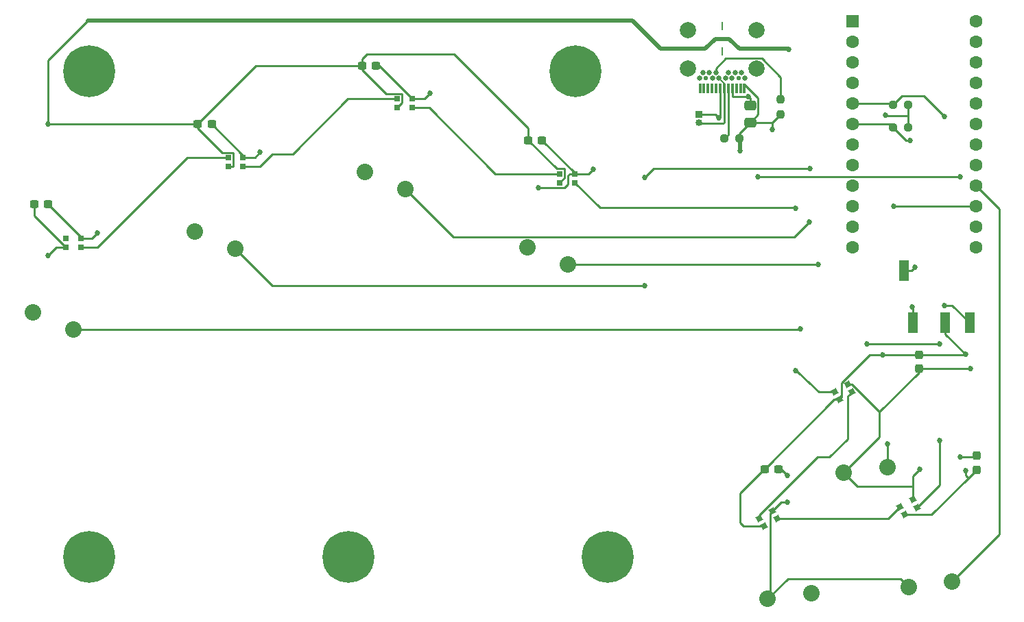
<source format=gbr>
%TF.GenerationSoftware,KiCad,Pcbnew,6.0.4*%
%TF.CreationDate,2022-04-08T16:19:54+02:00*%
%TF.ProjectId,keychordz,6b657963-686f-4726-947a-2e6b69636164,rev?*%
%TF.SameCoordinates,Original*%
%TF.FileFunction,Copper,L1,Top*%
%TF.FilePolarity,Positive*%
%FSLAX46Y46*%
G04 Gerber Fmt 4.6, Leading zero omitted, Abs format (unit mm)*
G04 Created by KiCad (PCBNEW 6.0.4) date 2022-04-08 16:19:54*
%MOMM*%
%LPD*%
G01*
G04 APERTURE LIST*
G04 Aperture macros list*
%AMRoundRect*
0 Rectangle with rounded corners*
0 $1 Rounding radius*
0 $2 $3 $4 $5 $6 $7 $8 $9 X,Y pos of 4 corners*
0 Add a 4 corners polygon primitive as box body*
4,1,4,$2,$3,$4,$5,$6,$7,$8,$9,$2,$3,0*
0 Add four circle primitives for the rounded corners*
1,1,$1+$1,$2,$3*
1,1,$1+$1,$4,$5*
1,1,$1+$1,$6,$7*
1,1,$1+$1,$8,$9*
0 Add four rect primitives between the rounded corners*
20,1,$1+$1,$2,$3,$4,$5,0*
20,1,$1+$1,$4,$5,$6,$7,0*
20,1,$1+$1,$6,$7,$8,$9,0*
20,1,$1+$1,$8,$9,$2,$3,0*%
%AMRotRect*
0 Rectangle, with rotation*
0 The origin of the aperture is its center*
0 $1 length*
0 $2 width*
0 $3 Rotation angle, in degrees counterclockwise*
0 Add horizontal line*
21,1,$1,$2,0,0,$3*%
G04 Aperture macros list end*
%TA.AperFunction,ComponentPad*%
%ADD10R,0.850000X0.850000*%
%TD*%
%TA.AperFunction,ComponentPad*%
%ADD11O,0.850000X0.850000*%
%TD*%
%TA.AperFunction,ComponentPad*%
%ADD12C,0.800000*%
%TD*%
%TA.AperFunction,ComponentPad*%
%ADD13C,6.400000*%
%TD*%
%TA.AperFunction,SMDPad,CuDef*%
%ADD14RoundRect,0.237500X-0.250000X-0.237500X0.250000X-0.237500X0.250000X0.237500X-0.250000X0.237500X0*%
%TD*%
%TA.AperFunction,SMDPad,CuDef*%
%ADD15RoundRect,0.237500X0.250000X0.237500X-0.250000X0.237500X-0.250000X-0.237500X0.250000X-0.237500X0*%
%TD*%
%TA.AperFunction,SMDPad,CuDef*%
%ADD16R,1.200000X2.500000*%
%TD*%
%TA.AperFunction,SMDPad,CuDef*%
%ADD17R,0.700000X0.700000*%
%TD*%
%TA.AperFunction,ComponentPad*%
%ADD18C,2.032000*%
%TD*%
%TA.AperFunction,SMDPad,CuDef*%
%ADD19RotRect,0.700000X0.700000X30.000000*%
%TD*%
%TA.AperFunction,SMDPad,CuDef*%
%ADD20RoundRect,0.237500X-0.237500X0.250000X-0.237500X-0.250000X0.237500X-0.250000X0.237500X0.250000X0*%
%TD*%
%TA.AperFunction,SMDPad,CuDef*%
%ADD21RoundRect,0.237500X-0.300000X-0.237500X0.300000X-0.237500X0.300000X0.237500X-0.300000X0.237500X0*%
%TD*%
%TA.AperFunction,ComponentPad*%
%ADD22R,1.600000X1.600000*%
%TD*%
%TA.AperFunction,ComponentPad*%
%ADD23C,1.600000*%
%TD*%
%TA.AperFunction,SMDPad,CuDef*%
%ADD24RoundRect,0.250000X-0.475000X0.337500X-0.475000X-0.337500X0.475000X-0.337500X0.475000X0.337500X0*%
%TD*%
%TA.AperFunction,SMDPad,CuDef*%
%ADD25RoundRect,0.237500X0.237500X-0.300000X0.237500X0.300000X-0.237500X0.300000X-0.237500X-0.300000X0*%
%TD*%
%TA.AperFunction,SMDPad,CuDef*%
%ADD26R,0.200000X1.000000*%
%TD*%
%TA.AperFunction,ComponentPad*%
%ADD27C,2.010000*%
%TD*%
%TA.AperFunction,ComponentPad*%
%ADD28C,0.550000*%
%TD*%
%TA.AperFunction,ComponentPad*%
%ADD29C,0.650000*%
%TD*%
%TA.AperFunction,SMDPad,CuDef*%
%ADD30R,0.300000X1.200000*%
%TD*%
%TA.AperFunction,SMDPad,CuDef*%
%ADD31RoundRect,0.237500X-0.237500X0.300000X-0.237500X-0.300000X0.237500X-0.300000X0.237500X0.300000X0*%
%TD*%
%TA.AperFunction,ViaPad*%
%ADD32C,0.685800*%
%TD*%
%TA.AperFunction,Conductor*%
%ADD33C,0.254000*%
%TD*%
%TA.AperFunction,Conductor*%
%ADD34C,0.508000*%
%TD*%
%TA.AperFunction,Conductor*%
%ADD35C,0.127000*%
%TD*%
G04 APERTURE END LIST*
D10*
%TO.P,USB,1*%
%TO.N,USB_D-*%
X97231200Y-48361600D03*
D11*
%TO.P,USB,2*%
%TO.N,USB_D+*%
X97231200Y-49361598D03*
%TD*%
D12*
%TO.P,MNT5,1*%
%TO.N,N/C*%
X83697056Y-44697056D03*
X79600000Y-43000000D03*
X80302944Y-44697056D03*
X80302944Y-41302944D03*
X82000000Y-45400000D03*
X82000000Y-40600000D03*
X84400000Y-43000000D03*
D13*
X82000000Y-43000000D03*
D12*
X83697056Y-41302944D03*
%TD*%
%TO.P,MNT4,1*%
%TO.N,N/C*%
X23697056Y-44697056D03*
X19600000Y-43000000D03*
X20302944Y-44697056D03*
X20302944Y-41302944D03*
X22000000Y-45400000D03*
X22000000Y-40600000D03*
X24400000Y-43000000D03*
D13*
X22000000Y-43000000D03*
D12*
X23697056Y-41302944D03*
%TD*%
D14*
%TO.P,R2,2*%
%TO.N,+5V*%
X123035700Y-49987200D03*
%TO.P,R2,1*%
%TO.N,SCK*%
X121210700Y-49987200D03*
%TD*%
D15*
%TO.P,R1,1*%
%TO.N,+5V*%
X123035700Y-47142400D03*
%TO.P,R1,2*%
%TO.N,SDA*%
X121210700Y-47142400D03*
%TD*%
D16*
%TO.P,J2,T*%
%TO.N,SCK*%
X123683000Y-74116000D03*
%TO.P,J2,S*%
%TO.N,GND*%
X122583000Y-67616000D03*
%TO.P,J2,R2*%
%TO.N,SDA*%
X130683000Y-74116000D03*
%TO.P,J2,R1*%
%TO.N,+5V*%
X127683000Y-74116000D03*
%TD*%
D14*
%TO.P,R3,1*%
%TO.N,Net-(J1-PadA5)*%
X100392500Y-51337000D03*
%TO.P,R3,2*%
%TO.N,GND*%
X102217500Y-51337000D03*
%TD*%
D17*
%TO.P,D8,1,VDD*%
%TO.N,+5V*%
X60003000Y-47525000D03*
%TO.P,D8,2,DOUT*%
%TO.N,Net-(D7-Pad4)*%
X61833000Y-47525000D03*
%TO.P,D8,3,VSS*%
%TO.N,GND*%
X61833000Y-46425000D03*
%TO.P,D8,4,DIN*%
%TO.N,Net-(D8-Pad4)*%
X60003000Y-46425000D03*
%TD*%
D18*
%TO.P,SW1,2,2*%
%TO.N,GND*%
X123135873Y-106742897D03*
%TO.P,SW1,1,1*%
%TO.N,BTN1*%
X128516000Y-106061550D03*
%TD*%
D19*
%TO.P,D4,1,VDD*%
%TO.N,+5V*%
X122622587Y-97815814D03*
%TO.P,D4,2,DOUT*%
%TO.N,LED_IN*%
X124207413Y-96900814D03*
%TO.P,D4,3,VSS*%
%TO.N,GND*%
X123657413Y-95948186D03*
%TO.P,D4,4,DIN*%
%TO.N,Net-(D4-Pad4)*%
X122072587Y-96863186D03*
%TD*%
D12*
%TO.P,MNT3,1*%
%TO.N,N/C*%
X87697056Y-104697056D03*
X83600000Y-103000000D03*
X84302944Y-104697056D03*
X84302944Y-101302944D03*
X86000000Y-105400000D03*
X86000000Y-100600000D03*
X88400000Y-103000000D03*
D13*
X86000000Y-103000000D03*
D12*
X87697056Y-101302944D03*
%TD*%
D18*
%TO.P,SW5,2,2*%
%TO.N,GND*%
X56000000Y-55489000D03*
%TO.P,SW5,1,1*%
%TO.N,BTN5*%
X61000000Y-57589000D03*
%TD*%
D20*
%TO.P,R4,1*%
%TO.N,Net-(J1-PadB5)*%
X107291000Y-46494500D03*
%TO.P,R4,2*%
%TO.N,GND*%
X107291000Y-48319500D03*
%TD*%
D19*
%TO.P,D5,1,VDD*%
%TO.N,+5V*%
X105282587Y-99233814D03*
%TO.P,D5,2,DOUT*%
%TO.N,Net-(D4-Pad4)*%
X106867413Y-98318814D03*
%TO.P,D5,3,VSS*%
%TO.N,GND*%
X106317413Y-97366186D03*
%TO.P,D5,4,DIN*%
%TO.N,Net-(D5-Pad4)*%
X104732587Y-98281186D03*
%TD*%
D18*
%TO.P,SW6,2,2*%
%TO.N,GND*%
X15000000Y-72800000D03*
%TO.P,SW6,1,1*%
%TO.N,BTN6*%
X20000000Y-74900000D03*
%TD*%
D21*
%TO.P,C29,1*%
%TO.N,+5V*%
X35369500Y-49546000D03*
%TO.P,C29,2*%
%TO.N,GND*%
X37094500Y-49546000D03*
%TD*%
%TO.P,C30,1*%
%TO.N,+5V*%
X15213500Y-59452000D03*
%TO.P,C30,2*%
%TO.N,GND*%
X16938500Y-59452000D03*
%TD*%
D22*
%TO.P,U2,1,TX*%
%TO.N,unconnected-(U2-Pad1)*%
X116205000Y-36830000D03*
D23*
%TO.P,U2,2,RX*%
%TO.N,unconnected-(U2-Pad2)*%
X116205000Y-39370000D03*
%TO.P,U2,3,GND*%
%TO.N,GND*%
X116205000Y-41910000D03*
%TO.P,U2,4,GND*%
X116205000Y-44450000D03*
%TO.P,U2,5,SDA*%
%TO.N,SDA*%
X116205000Y-46990000D03*
%TO.P,U2,6,SCL*%
%TO.N,SCK*%
X116205000Y-49530000D03*
%TO.P,U2,7,D4*%
%TO.N,BTN7*%
X116205000Y-52070000D03*
%TO.P,U2,8,C6*%
%TO.N,BTN6*%
X116205000Y-54610000D03*
%TO.P,U2,9,D7*%
%TO.N,BTN5*%
X116205000Y-57150000D03*
%TO.P,U2,10,E6*%
%TO.N,BTN4*%
X116205000Y-59690000D03*
%TO.P,U2,11,B4*%
%TO.N,unconnected-(U2-Pad11)*%
X116205000Y-62230000D03*
%TO.P,U2,12,B5*%
%TO.N,LED_IN*%
X116205000Y-64770000D03*
%TO.P,U2,13,B6*%
%TO.N,unconnected-(U2-Pad13)*%
X131445000Y-64770000D03*
%TO.P,U2,14,B2*%
%TO.N,BTN2*%
X131445000Y-62230000D03*
%TO.P,U2,15,B3*%
%TO.N,BTN3*%
X131445000Y-59690000D03*
%TO.P,U2,16,B1*%
%TO.N,BTN1*%
X131445000Y-57150000D03*
%TO.P,U2,17,F7*%
%TO.N,unconnected-(U2-Pad17)*%
X131445000Y-54610000D03*
%TO.P,U2,18,F6*%
%TO.N,unconnected-(U2-Pad18)*%
X131445000Y-52070000D03*
%TO.P,U2,19,F5*%
%TO.N,unconnected-(U2-Pad19)*%
X131445000Y-49530000D03*
%TO.P,U2,20,F4*%
%TO.N,unconnected-(U2-Pad20)*%
X131445000Y-46990000D03*
%TO.P,U2,21,VCC*%
%TO.N,unconnected-(U2-Pad21)*%
X131445000Y-44450000D03*
%TO.P,U2,22,RST*%
%TO.N,unconnected-(U2-Pad22)*%
X131445000Y-41910000D03*
%TO.P,U2,23,GND*%
%TO.N,GND*%
X131445000Y-39370000D03*
%TO.P,U2,24,RAW*%
%TO.N,+5V*%
X131445000Y-36830000D03*
%TD*%
D24*
%TO.P,C22,1*%
%TO.N,+5V*%
X103591000Y-47251500D03*
%TO.P,C22,2*%
%TO.N,GND*%
X103591000Y-49326500D03*
%TD*%
D21*
%TO.P,C28,1*%
%TO.N,+5V*%
X55663000Y-42361000D03*
%TO.P,C28,2*%
%TO.N,GND*%
X57388000Y-42361000D03*
%TD*%
D18*
%TO.P,SW2,2,2*%
%TO.N,GND*%
X105721873Y-108230897D03*
%TO.P,SW2,1,1*%
%TO.N,BTN2*%
X111102000Y-107549550D03*
%TD*%
D21*
%TO.P,C27,1*%
%TO.N,+5V*%
X76173500Y-51562000D03*
%TO.P,C27,2*%
%TO.N,GND*%
X77898500Y-51562000D03*
%TD*%
D18*
%TO.P,SW7,2,2*%
%TO.N,GND*%
X35000000Y-62800000D03*
%TO.P,SW7,1,1*%
%TO.N,BTN7*%
X40000000Y-64900000D03*
%TD*%
D19*
%TO.P,D6,1,VDD*%
%TO.N,+5V*%
X114562587Y-83577314D03*
%TO.P,D6,2,DOUT*%
%TO.N,Net-(D5-Pad4)*%
X116147413Y-82662314D03*
%TO.P,D6,3,VSS*%
%TO.N,GND*%
X115597413Y-81709686D03*
%TO.P,D6,4,DIN*%
%TO.N,Net-(D6-Pad4)*%
X114012587Y-82624686D03*
%TD*%
D25*
%TO.P,C4,1*%
%TO.N,+5V*%
X131500000Y-92262500D03*
%TO.P,C4,2*%
%TO.N,GND*%
X131500000Y-90537500D03*
%TD*%
D18*
%TO.P,SW3,2,2*%
%TO.N,GND*%
X115149873Y-92634397D03*
%TO.P,SW3,1,1*%
%TO.N,BTN3*%
X120530000Y-91953050D03*
%TD*%
D12*
%TO.P,MNT2,1*%
%TO.N,N/C*%
X56400000Y-103000000D03*
X54000000Y-105400000D03*
X52302944Y-104697056D03*
X52302944Y-101302944D03*
X54000000Y-100600000D03*
X51600000Y-103000000D03*
D13*
X54000000Y-103000000D03*
D12*
X55697056Y-101302944D03*
X55697056Y-104697056D03*
%TD*%
D26*
%TO.P,J1,MP2*%
%TO.N,N/C*%
X100127000Y-37417000D03*
%TO.P,J1,MP1*%
X100127000Y-40517000D03*
D27*
%TO.P,J1,MH4*%
X95857000Y-37967000D03*
%TO.P,J1,MH3*%
X104397000Y-37967000D03*
%TO.P,J1,MH2*%
X95857000Y-42697000D03*
%TO.P,J1,MH1*%
X104397000Y-42697000D03*
D28*
%TO.P,J1,GR1*%
X102127000Y-43847000D03*
%TO.P,J1,GN1*%
X98127000Y-43847000D03*
D29*
%TO.P,J1,B12*%
X102927000Y-43847000D03*
%TO.P,J1,B11*%
X102527000Y-43137000D03*
%TO.P,J1,B10*%
X101727000Y-43137000D03*
%TO.P,J1,B9*%
X101327000Y-43847000D03*
%TO.P,J1,B8,SBU2*%
%TO.N,unconnected-(J1-PadB8)*%
X100927000Y-43137000D03*
%TO.P,J1,B7,D-*%
%TO.N,USB_D-*%
X100527000Y-43847000D03*
%TO.P,J1,B6,D+*%
%TO.N,USB_D+*%
X99727000Y-43847000D03*
%TO.P,J1,B5,CC2*%
%TO.N,Net-(J1-PadB5)*%
X99327000Y-43137000D03*
%TO.P,J1,B4*%
%TO.N,N/C*%
X98927000Y-43847000D03*
%TO.P,J1,B3*%
X98527000Y-43137000D03*
%TO.P,J1,B2*%
X97727000Y-43137000D03*
%TO.P,J1,B1*%
X97327000Y-43847000D03*
D30*
%TO.P,J1,A12*%
X97377000Y-45097000D03*
%TO.P,J1,A11*%
X97877000Y-45097000D03*
%TO.P,J1,A10*%
X98377000Y-45097000D03*
%TO.P,J1,A9*%
X98877000Y-45097000D03*
%TO.P,J1,A8,SBU1*%
%TO.N,unconnected-(J1-PadA8)*%
X99377000Y-45097000D03*
%TO.P,J1,A7,D-*%
%TO.N,USB_D-*%
X99877000Y-45097000D03*
%TO.P,J1,A6,D+*%
%TO.N,USB_D+*%
X100377000Y-45097000D03*
%TO.P,J1,A5,CC1*%
%TO.N,Net-(J1-PadA5)*%
X100877000Y-45097000D03*
%TO.P,J1,A4,VBUS*%
%TO.N,+5V*%
X101377000Y-45097000D03*
%TO.P,J1,A3*%
%TO.N,N/C*%
X101877000Y-45097000D03*
%TO.P,J1,A2*%
X102377000Y-45097000D03*
%TO.P,J1,A1,GND*%
%TO.N,GND*%
X102877000Y-45097000D03*
%TD*%
D18*
%TO.P,SW4,2,2*%
%TO.N,GND*%
X76048000Y-64800000D03*
%TO.P,SW4,1,1*%
%TO.N,BTN4*%
X81048000Y-66900000D03*
%TD*%
D17*
%TO.P,D10,1,VDD*%
%TO.N,+5V*%
X19125000Y-64791500D03*
%TO.P,D10,2,DOUT*%
%TO.N,Net-(D10-Pad2)*%
X20955000Y-64791500D03*
%TO.P,D10,3,VSS*%
%TO.N,GND*%
X20955000Y-63691500D03*
%TO.P,D10,4,DIN*%
%TO.N,unconnected-(D10-Pad4)*%
X19125000Y-63691500D03*
%TD*%
D31*
%TO.P,C26,1*%
%TO.N,+5V*%
X124400000Y-78037500D03*
%TO.P,C26,2*%
%TO.N,GND*%
X124400000Y-79762500D03*
%TD*%
D21*
%TO.P,C25,1*%
%TO.N,+5V*%
X105337500Y-92200000D03*
%TO.P,C25,2*%
%TO.N,GND*%
X107062500Y-92200000D03*
%TD*%
D13*
%TO.P,MNT1,1*%
%TO.N,N/C*%
X22000000Y-103000000D03*
D12*
X19600000Y-103000000D03*
X20302944Y-104697056D03*
X22000000Y-105400000D03*
X24400000Y-103000000D03*
X20302944Y-101302944D03*
X23697056Y-104697056D03*
X23697056Y-101302944D03*
X22000000Y-100600000D03*
%TD*%
D17*
%TO.P,D7,1,VDD*%
%TO.N,+5V*%
X80085000Y-56774500D03*
%TO.P,D7,2,DOUT*%
%TO.N,Net-(D6-Pad4)*%
X81915000Y-56774500D03*
%TO.P,D7,3,VSS*%
%TO.N,GND*%
X81915000Y-55674500D03*
%TO.P,D7,4,DIN*%
%TO.N,Net-(D7-Pad4)*%
X80085000Y-55674500D03*
%TD*%
%TO.P,D9,1,VDD*%
%TO.N,+5V*%
X39154000Y-54758500D03*
%TO.P,D9,2,DOUT*%
%TO.N,Net-(D8-Pad4)*%
X40984000Y-54758500D03*
%TO.P,D9,3,VSS*%
%TO.N,GND*%
X40984000Y-53658500D03*
%TO.P,D9,4,DIN*%
%TO.N,Net-(D10-Pad2)*%
X39154000Y-53658500D03*
%TD*%
D32*
%TO.N,USB_D-*%
X99695000Y-48768000D03*
%TO.N,+5V*%
X120300000Y-48392600D03*
%TO.N,SDA*%
X127558800Y-71958200D03*
X127533400Y-48590200D03*
%TO.N,SCK*%
X123317000Y-51562000D03*
X123571000Y-72136000D03*
%TO.N,BTN3*%
X121285000Y-59690000D03*
%TO.N,BTN2*%
X129540000Y-56007000D03*
%TO.N,GND*%
X123952000Y-67183000D03*
%TO.N,LED_IN*%
X117990000Y-76708000D03*
%TO.N,GND*%
X129540000Y-90678000D03*
X77470000Y-57404000D03*
X102362000Y-52832000D03*
X64100000Y-45700000D03*
X124532120Y-92202000D03*
X84200000Y-55100000D03*
X108204000Y-96266000D03*
X130810000Y-79756000D03*
X23000000Y-63000000D03*
X106347000Y-50207000D03*
X108204000Y-92964000D03*
X43100000Y-53000000D03*
%TO.N,+5V*%
X130175000Y-92329000D03*
X16891000Y-49530000D03*
X119947500Y-78037500D03*
X108331000Y-40259000D03*
X130175000Y-77978000D03*
X103378000Y-46101000D03*
X16891000Y-65786000D03*
%TO.N,Net-(D6-Pad4)*%
X109220000Y-80010000D03*
X109200000Y-59900000D03*
%TO.N,LED_IN*%
X126940000Y-76708000D03*
X127000000Y-88646000D03*
%TO.N,BTN2*%
X104521000Y-56007000D03*
%TO.N,BTN3*%
X120523000Y-89027000D03*
%TO.N,BTN4*%
X112014000Y-66910000D03*
%TO.N,BTN5*%
X110890000Y-61650000D03*
%TO.N,BTN6*%
X109820000Y-74800000D03*
%TO.N,BTN7*%
X90551000Y-69469000D03*
X110998000Y-54991000D03*
X90551000Y-56134000D03*
%TD*%
D33*
%TO.N,USB_D-*%
X99695000Y-48768000D02*
X99288600Y-48361600D01*
X99288600Y-48361600D02*
X97434400Y-48361600D01*
%TO.N,USB_D+*%
X100280100Y-49403000D02*
X97475802Y-49403000D01*
X97475802Y-49403000D02*
X97434400Y-49361598D01*
%TO.N,+5V*%
X123035700Y-48486700D02*
X123035700Y-47142400D01*
X123035700Y-49987200D02*
X123035700Y-48486700D01*
X120394100Y-48486700D02*
X120300000Y-48392600D01*
X123035700Y-48486700D02*
X120394100Y-48486700D01*
%TO.N,SDA*%
X121210700Y-47142400D02*
X121058300Y-46990000D01*
X121058300Y-46990000D02*
X116205000Y-46990000D01*
X127533400Y-48590200D02*
X124993400Y-46050200D01*
X124993400Y-46050200D02*
X122302900Y-46050200D01*
X122302900Y-46050200D02*
X121210700Y-47142400D01*
X128525200Y-71958200D02*
X127558800Y-71958200D01*
X130683000Y-74116000D02*
X128525200Y-71958200D01*
%TO.N,SCK*%
X121210700Y-49987200D02*
X120753500Y-49530000D01*
X120753500Y-49530000D02*
X116205000Y-49530000D01*
X123317000Y-51562000D02*
X122785500Y-51562000D01*
X122785500Y-51562000D02*
X121210700Y-49987200D01*
X123683000Y-74116000D02*
X123683000Y-72248000D01*
X123683000Y-72248000D02*
X123571000Y-72136000D01*
%TO.N,BTN3*%
X121285000Y-59690000D02*
X131445000Y-59690000D01*
%TO.N,BTN2*%
X121107000Y-56007000D02*
X129540000Y-56007000D01*
%TO.N,GND*%
X123519000Y-67616000D02*
X123952000Y-67183000D01*
X122583000Y-67616000D02*
X123519000Y-67616000D01*
%TO.N,+5V*%
X127683000Y-74116000D02*
X127683000Y-75486000D01*
X127683000Y-75486000D02*
X130175000Y-77978000D01*
%TO.N,GND*%
X40984000Y-53435500D02*
X40984000Y-53658500D01*
X37094500Y-49546000D02*
X40984000Y-53435500D01*
X108204000Y-96266000D02*
X107417599Y-96266000D01*
X102877000Y-44637000D02*
X104570020Y-46330020D01*
X57769000Y-42361000D02*
X61833000Y-46425000D01*
X130810000Y-79756000D02*
X130803500Y-79762500D01*
X20955000Y-63468500D02*
X16938500Y-59452000D01*
X130803500Y-79762500D02*
X124400000Y-79762500D01*
X83625500Y-55674500D02*
X84200000Y-55100000D01*
X119548521Y-85097964D02*
X119548521Y-88235749D01*
X81915000Y-55578500D02*
X81915000Y-55674500D01*
X106014716Y-107938054D02*
X106014716Y-97668883D01*
D34*
X102362000Y-52832000D02*
X102362000Y-51481500D01*
D33*
X107440000Y-92200000D02*
X108204000Y-92964000D01*
X115597413Y-81709686D02*
X116160243Y-81709686D01*
X106014716Y-97668883D02*
X106317413Y-97366186D01*
X106284000Y-49326500D02*
X106284000Y-50144000D01*
X119548521Y-88235749D02*
X115149873Y-92634397D01*
X105721873Y-108230897D02*
X106014716Y-107938054D01*
X123657413Y-93076707D02*
X124532120Y-92202000D01*
X115149873Y-92634397D02*
X116790063Y-94274587D01*
X122119874Y-105726898D02*
X108225872Y-105726898D01*
X42441500Y-53658500D02*
X43100000Y-53000000D01*
X81915000Y-55674500D02*
X81311000Y-55674500D01*
X22308500Y-63691500D02*
X23000000Y-63000000D01*
X108225872Y-105726898D02*
X105721873Y-108230897D01*
X77898500Y-51562000D02*
X81915000Y-55578500D01*
X102217500Y-50700000D02*
X103591000Y-49326500D01*
X61833000Y-46425000D02*
X63375000Y-46425000D01*
X57388000Y-42361000D02*
X57769000Y-42361000D01*
X106284000Y-50144000D02*
X106347000Y-50207000D01*
X104570020Y-48347480D02*
X103591000Y-49326500D01*
X124400000Y-79762500D02*
X124400000Y-80246485D01*
X106284000Y-49326500D02*
X107291000Y-48319500D01*
X116160243Y-81709686D02*
X119548521Y-85097964D01*
X103591000Y-49326500D02*
X106284000Y-49326500D01*
X63375000Y-46425000D02*
X64100000Y-45700000D01*
X81070031Y-55915469D02*
X81070031Y-56946689D01*
X123135873Y-106742897D02*
X122119874Y-105726898D01*
X80612720Y-57404000D02*
X77470000Y-57404000D01*
X129540000Y-90678000D02*
X131359500Y-90678000D01*
X81311000Y-55674500D02*
X81070031Y-55915469D01*
X107417599Y-96266000D02*
X106317413Y-97366186D01*
X20955000Y-63691500D02*
X20955000Y-63468500D01*
X20955000Y-63691500D02*
X22308500Y-63691500D01*
X107062500Y-92200000D02*
X107440000Y-92200000D01*
X102217500Y-51337000D02*
X102217500Y-50700000D01*
X81070031Y-56946689D02*
X80612720Y-57404000D01*
X123657413Y-94274587D02*
X123657413Y-93076707D01*
X131359500Y-90678000D02*
X131500000Y-90537500D01*
X124400000Y-80246485D02*
X119548521Y-85097964D01*
X81915000Y-55674500D02*
X83625500Y-55674500D01*
X104570020Y-46330020D02*
X104570020Y-48347480D01*
X116790063Y-94274587D02*
X123657413Y-94274587D01*
X40984000Y-53658500D02*
X42441500Y-53658500D01*
X123657413Y-95948186D02*
X123657413Y-94274587D01*
X102362000Y-51481500D02*
X102217500Y-51337000D01*
D34*
%TO.N,+5V*%
X92500000Y-40250000D02*
X98000000Y-40250000D01*
D33*
X113960186Y-83577314D02*
X114562587Y-83577314D01*
X114562587Y-83577314D02*
X114818805Y-83321096D01*
X56261000Y-40894000D02*
X55663000Y-41492000D01*
X39707209Y-53054489D02*
X39758011Y-53105291D01*
X80689011Y-56170489D02*
X80085000Y-56774500D01*
X38402989Y-53054489D02*
X39707209Y-53054489D01*
D34*
X102250000Y-40250000D02*
X108250000Y-40250000D01*
D33*
X122622587Y-97815814D02*
X125946686Y-97815814D01*
X114818805Y-81522836D02*
X118304141Y-78037500D01*
D34*
X101000000Y-39000000D02*
X102250000Y-40250000D01*
X89000000Y-36750000D02*
X92500000Y-40250000D01*
D33*
X130175000Y-92329000D02*
X130175000Y-92964000D01*
X103362000Y-46117000D02*
X101367000Y-46117000D01*
X76173500Y-51562000D02*
X79681989Y-55070489D01*
D34*
X44784000Y-36750000D02*
X89000000Y-36750000D01*
D33*
X102362000Y-95123000D02*
X105285000Y-92200000D01*
X125946686Y-97815814D02*
X130486750Y-93275750D01*
X76173500Y-50011500D02*
X67056000Y-40894000D01*
X17885500Y-64791500D02*
X16891000Y-65786000D01*
X67056000Y-40894000D02*
X60606000Y-40894000D01*
X39758011Y-53105291D02*
X39758011Y-54758489D01*
X130115500Y-78037500D02*
X130175000Y-77978000D01*
X39758011Y-54758489D02*
X39758000Y-54758500D01*
X55663000Y-42361000D02*
X42554500Y-42361000D01*
X39758000Y-54758500D02*
X39154000Y-54758500D01*
X35369500Y-50021000D02*
X38402989Y-53054489D01*
X103591000Y-47251500D02*
X103591000Y-46314000D01*
X79681989Y-55070489D02*
X80638209Y-55070489D01*
X60556209Y-45820989D02*
X60607011Y-45871791D01*
X102789814Y-99233814D02*
X102362000Y-98806000D01*
X55663000Y-42361000D02*
X55663000Y-42836000D01*
X101367000Y-46117000D02*
X101377000Y-46107000D01*
X55663000Y-42836000D02*
X58647989Y-45820989D01*
X118304141Y-78037500D02*
X119947500Y-78037500D01*
X21820000Y-36750000D02*
X16891000Y-41679000D01*
X35369500Y-49546000D02*
X35369500Y-50021000D01*
X105282587Y-99233814D02*
X102789814Y-99233814D01*
X42554500Y-42361000D02*
X35369500Y-49546000D01*
X19125000Y-64791500D02*
X17885500Y-64791500D01*
X103378000Y-46101000D02*
X103362000Y-46117000D01*
D34*
X21820000Y-36750000D02*
X44784000Y-36750000D01*
D33*
X130486750Y-93275750D02*
X131500000Y-92262500D01*
X58647989Y-45820989D02*
X60556209Y-45820989D01*
D34*
X98000000Y-40250000D02*
X99250000Y-39000000D01*
D33*
X60606000Y-40894000D02*
X56261000Y-40894000D01*
X60607011Y-46920989D02*
X60003000Y-47525000D01*
X124400000Y-78037500D02*
X130115500Y-78037500D01*
X55663000Y-41492000D02*
X55663000Y-42361000D01*
X105337500Y-92200000D02*
X113960186Y-83577314D01*
X119947500Y-78037500D02*
X124400000Y-78037500D01*
X80689011Y-55121291D02*
X80689011Y-56170489D01*
X19125000Y-64791500D02*
X15213500Y-60880000D01*
X102362000Y-98806000D02*
X102362000Y-95123000D01*
X80638209Y-55070489D02*
X80689011Y-55121291D01*
X60607011Y-45871791D02*
X60607011Y-46920989D01*
X103591000Y-46314000D02*
X103378000Y-46101000D01*
D34*
X108250000Y-40250000D02*
X108322000Y-40250000D01*
D33*
X16891000Y-41679000D02*
X16891000Y-49530000D01*
X114818805Y-83321096D02*
X114818805Y-81522836D01*
X16891000Y-49530000D02*
X16907000Y-49546000D01*
X101377000Y-46107000D02*
X101377000Y-45097000D01*
D34*
X99250000Y-39000000D02*
X101000000Y-39000000D01*
X108322000Y-40250000D02*
X108331000Y-40259000D01*
D33*
X76173500Y-51562000D02*
X76173500Y-50011500D01*
X16907000Y-49546000D02*
X35369500Y-49546000D01*
X105285000Y-92200000D02*
X105337500Y-92200000D01*
X15213500Y-60880000D02*
X15213500Y-59452000D01*
X130175000Y-92964000D02*
X130486750Y-93275750D01*
%TO.N,USB_D-*%
X99877000Y-45097000D02*
X99877000Y-48586000D01*
X99877000Y-48586000D02*
X99695000Y-48768000D01*
D35*
%TO.N,USB_D+*%
X99727000Y-43847000D02*
X100377000Y-44497000D01*
D33*
X100377000Y-49306100D02*
X100377000Y-44637000D01*
D35*
X100377000Y-44497000D02*
X100377000Y-45097000D01*
D33*
X100280100Y-49403000D02*
X100377000Y-49306100D01*
%TO.N,Net-(J1-PadB5)*%
X99327000Y-42627000D02*
X100516011Y-41437989D01*
X105001326Y-41437989D02*
X100516011Y-41437989D01*
X107291000Y-46494500D02*
X107291000Y-43727663D01*
X99327000Y-42627000D02*
X99327000Y-43137000D01*
X107291000Y-43727663D02*
X105001326Y-41437989D01*
%TO.N,Net-(J1-PadA5)*%
X100877000Y-50852500D02*
X100877000Y-44637000D01*
X100392500Y-51337000D02*
X100877000Y-50852500D01*
%TO.N,Net-(D4-Pad4)*%
X120616959Y-98318814D02*
X122072587Y-96863186D01*
X106867413Y-98318814D02*
X120616959Y-98318814D01*
%TO.N,Net-(D5-Pad4)*%
X104732587Y-97877041D02*
X111911207Y-90698421D01*
X113347223Y-90698421D02*
X115611479Y-88434165D01*
X104732587Y-98281186D02*
X104732587Y-97877041D01*
X115611479Y-83198248D02*
X116147413Y-82662314D01*
X111911207Y-90698421D02*
X113347223Y-90698421D01*
X115611479Y-88434165D02*
X115611479Y-83198248D01*
%TO.N,Net-(D6-Pad4)*%
X85035579Y-59895079D02*
X109195079Y-59895079D01*
X109607484Y-80384516D02*
X112088686Y-82624686D01*
X109232968Y-80010000D02*
X109607484Y-80384516D01*
X112088686Y-82624686D02*
X114012587Y-82624686D01*
X109474000Y-80264000D02*
X109607484Y-80384516D01*
X109220000Y-80010000D02*
X109232968Y-80010000D01*
X109200000Y-59900000D02*
X109195079Y-59895079D01*
X85035579Y-59895079D02*
X81915000Y-56774500D01*
%TO.N,Net-(D7-Pad4)*%
X63971284Y-47525000D02*
X61833000Y-47525000D01*
X80085000Y-55674500D02*
X72120784Y-55674500D01*
X72120784Y-55674500D02*
X63971284Y-47525000D01*
%TO.N,Net-(D8-Pad4)*%
X44577000Y-53213000D02*
X43031500Y-54758500D01*
X53905000Y-46425000D02*
X47117000Y-53213000D01*
X47117000Y-53213000D02*
X44577000Y-53213000D01*
X43031500Y-54758500D02*
X40984000Y-54758500D01*
X60003000Y-46425000D02*
X53905000Y-46425000D01*
%TO.N,Net-(D10-Pad2)*%
X39154000Y-53658500D02*
X34098500Y-53658500D01*
X22965500Y-64791500D02*
X20955000Y-64791500D01*
X34098500Y-53658500D02*
X22965500Y-64791500D01*
%TO.N,LED_IN*%
X124207413Y-96900814D02*
X127000000Y-94108227D01*
X117990000Y-76708000D02*
X126890000Y-76708000D01*
X127000000Y-88646000D02*
X127000000Y-94108227D01*
%TO.N,BTN1*%
X134300000Y-60005000D02*
X131445000Y-57150000D01*
X134300000Y-100277550D02*
X134300000Y-60005000D01*
X128516000Y-106061550D02*
X134300000Y-100277550D01*
%TO.N,BTN2*%
X104521000Y-56007000D02*
X121107000Y-56007000D01*
%TO.N,BTN3*%
X120530000Y-91953050D02*
X120530000Y-89034000D01*
X120530000Y-89034000D02*
X120523000Y-89027000D01*
%TO.N,BTN4*%
X111970000Y-66910000D02*
X111960000Y-66900000D01*
X111960000Y-66900000D02*
X81048000Y-66900000D01*
%TO.N,BTN5*%
X110890000Y-61650000D02*
X109010011Y-63529989D01*
X66940989Y-63529989D02*
X61000000Y-57589000D01*
X109010011Y-63529989D02*
X66940989Y-63529989D01*
%TO.N,BTN6*%
X109720000Y-74900000D02*
X20000000Y-74900000D01*
X109820000Y-74800000D02*
X109720000Y-74900000D01*
%TO.N,BTN7*%
X90560000Y-69480000D02*
X44580000Y-69480000D01*
X90551000Y-56134000D02*
X91694000Y-54991000D01*
X91694000Y-54991000D02*
X110998000Y-54991000D01*
X40000000Y-64900000D02*
X44580000Y-69480000D01*
%TD*%
M02*

</source>
